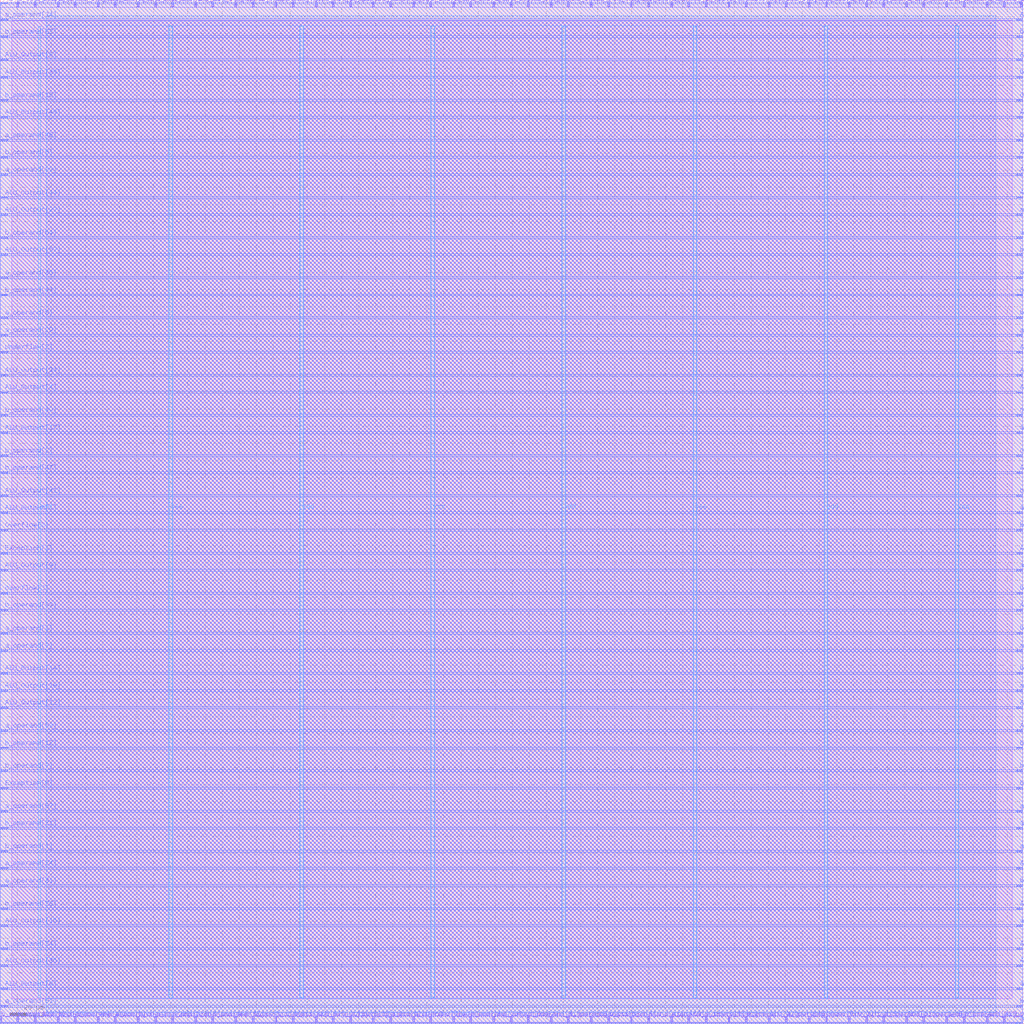
<source format=lef>
VERSION 5.7 ;
  NOWIREEXTENSIONATPIN ON ;
  DIVIDERCHAR "/" ;
  BUSBITCHARS "[]" ;
MACRO Top_Module_4_ALU
  CLASS BLOCK ;
  FOREIGN Top_Module_4_ALU ;
  ORIGIN 0.000 0.000 ;
  SIZE 600.000 BY 600.000 ;
  PIN ALU_Output[0]
    DIRECTION OUTPUT TRISTATE ;
    USE SIGNAL ;
    PORT
      LAYER Metal3 ;
        RECT 1.000 20.160 4.000 20.720 ;
    END
  END ALU_Output[0]
  PIN ALU_Output[10]
    DIRECTION OUTPUT TRISTATE ;
    USE SIGNAL ;
    PORT
      LAYER Metal3 ;
        RECT 596.000 184.800 599.000 185.360 ;
    END
  END ALU_Output[10]
  PIN ALU_Output[11]
    DIRECTION OUTPUT TRISTATE ;
    USE SIGNAL ;
    PORT
      LAYER Metal3 ;
        RECT 596.000 393.120 599.000 393.680 ;
    END
  END ALU_Output[11]
  PIN ALU_Output[12]
    DIRECTION OUTPUT TRISTATE ;
    USE SIGNAL ;
    PORT
      LAYER Metal3 ;
        RECT 1.000 184.800 4.000 185.360 ;
    END
  END ALU_Output[12]
  PIN ALU_Output[13]
    DIRECTION OUTPUT TRISTATE ;
    USE SIGNAL ;
    PORT
      LAYER Metal3 ;
        RECT 596.000 322.560 599.000 323.120 ;
    END
  END ALU_Output[13]
  PIN ALU_Output[14]
    DIRECTION OUTPUT TRISTATE ;
    USE SIGNAL ;
    PORT
      LAYER Metal3 ;
        RECT 1.000 204.960 4.000 205.520 ;
    END
  END ALU_Output[14]
  PIN ALU_Output[15]
    DIRECTION OUTPUT TRISTATE ;
    USE SIGNAL ;
    PORT
      LAYER Metal3 ;
        RECT 1.000 57.120 4.000 57.680 ;
    END
  END ALU_Output[15]
  PIN ALU_Output[16]
    DIRECTION OUTPUT TRISTATE ;
    USE SIGNAL ;
    PORT
      LAYER Metal3 ;
        RECT 596.000 507.360 599.000 507.920 ;
    END
  END ALU_Output[16]
  PIN ALU_Output[17]
    DIRECTION OUTPUT TRISTATE ;
    USE SIGNAL ;
    PORT
      LAYER Metal3 ;
        RECT 1.000 346.080 4.000 346.640 ;
    END
  END ALU_Output[17]
  PIN ALU_Output[18]
    DIRECTION OUTPUT TRISTATE ;
    USE SIGNAL ;
    PORT
      LAYER Metal3 ;
        RECT 1.000 194.880 4.000 195.440 ;
    END
  END ALU_Output[18]
  PIN ALU_Output[19]
    DIRECTION OUTPUT TRISTATE ;
    USE SIGNAL ;
    PORT
      LAYER Metal3 ;
        RECT 596.000 379.680 599.000 380.240 ;
    END
  END ALU_Output[19]
  PIN ALU_Output[1]
    DIRECTION OUTPUT TRISTATE ;
    USE SIGNAL ;
    PORT
      LAYER Metal3 ;
        RECT 1.000 299.040 4.000 299.600 ;
    END
  END ALU_Output[1]
  PIN ALU_Output[20]
    DIRECTION OUTPUT TRISTATE ;
    USE SIGNAL ;
    PORT
      LAYER Metal2 ;
        RECT 43.680 596.000 44.240 599.000 ;
    END
  END ALU_Output[20]
  PIN ALU_Output[21]
    DIRECTION OUTPUT TRISTATE ;
    USE SIGNAL ;
    PORT
      LAYER Metal3 ;
        RECT 596.000 171.360 599.000 171.920 ;
    END
  END ALU_Output[21]
  PIN ALU_Output[22]
    DIRECTION OUTPUT TRISTATE ;
    USE SIGNAL ;
    PORT
      LAYER Metal2 ;
        RECT 460.320 596.000 460.880 599.000 ;
    END
  END ALU_Output[22]
  PIN ALU_Output[23]
    DIRECTION OUTPUT TRISTATE ;
    USE SIGNAL ;
    PORT
      LAYER Metal2 ;
        RECT 184.800 596.000 185.360 599.000 ;
    END
  END ALU_Output[23]
  PIN ALU_Output[24]
    DIRECTION OUTPUT TRISTATE ;
    USE SIGNAL ;
    PORT
      LAYER Metal2 ;
        RECT 356.160 596.000 356.720 599.000 ;
    END
  END ALU_Output[24]
  PIN ALU_Output[25]
    DIRECTION OUTPUT TRISTATE ;
    USE SIGNAL ;
    PORT
      LAYER Metal3 ;
        RECT 596.000 497.280 599.000 497.840 ;
    END
  END ALU_Output[25]
  PIN ALU_Output[26]
    DIRECTION OUTPUT TRISTATE ;
    USE SIGNAL ;
    PORT
      LAYER Metal3 ;
        RECT 596.000 588.000 599.000 588.560 ;
    END
  END ALU_Output[26]
  PIN ALU_Output[27]
    DIRECTION OUTPUT TRISTATE ;
    USE SIGNAL ;
    PORT
      LAYER Metal3 ;
        RECT 1.000 473.760 4.000 474.320 ;
    END
  END ALU_Output[27]
  PIN ALU_Output[28]
    DIRECTION OUTPUT TRISTATE ;
    USE SIGNAL ;
    PORT
      LAYER Metal2 ;
        RECT 309.120 596.000 309.680 599.000 ;
    END
  END ALU_Output[28]
  PIN ALU_Output[29]
    DIRECTION OUTPUT TRISTATE ;
    USE SIGNAL ;
    PORT
      LAYER Metal3 ;
        RECT 1.000 554.400 4.000 554.960 ;
    END
  END ALU_Output[29]
  PIN ALU_Output[2]
    DIRECTION OUTPUT TRISTATE ;
    USE SIGNAL ;
    PORT
      LAYER Metal2 ;
        RECT 184.800 1.000 185.360 4.000 ;
    END
  END ALU_Output[2]
  PIN ALU_Output[30]
    DIRECTION OUTPUT TRISTATE ;
    USE SIGNAL ;
    PORT
      LAYER Metal2 ;
        RECT 288.960 1.000 289.520 4.000 ;
    END
  END ALU_Output[30]
  PIN ALU_Output[31]
    DIRECTION OUTPUT TRISTATE ;
    USE SIGNAL ;
    PORT
      LAYER Metal2 ;
        RECT 218.400 596.000 218.960 599.000 ;
    END
  END ALU_Output[31]
  PIN ALU_Output[32]
    DIRECTION OUTPUT TRISTATE ;
    USE SIGNAL ;
    PORT
      LAYER Metal2 ;
        RECT 588.000 1.000 588.560 4.000 ;
    END
  END ALU_Output[32]
  PIN ALU_Output[33]
    DIRECTION OUTPUT TRISTATE ;
    USE SIGNAL ;
    PORT
      LAYER Metal2 ;
        RECT 403.200 1.000 403.760 4.000 ;
    END
  END ALU_Output[33]
  PIN ALU_Output[34]
    DIRECTION OUTPUT TRISTATE ;
    USE SIGNAL ;
    PORT
      LAYER Metal3 ;
        RECT 1.000 379.680 4.000 380.240 ;
    END
  END ALU_Output[34]
  PIN ALU_Output[35]
    DIRECTION OUTPUT TRISTATE ;
    USE SIGNAL ;
    PORT
      LAYER Metal3 ;
        RECT 1.000 33.600 4.000 34.160 ;
    END
  END ALU_Output[35]
  PIN ALU_Output[36]
    DIRECTION OUTPUT TRISTATE ;
    USE SIGNAL ;
    PORT
      LAYER Metal3 ;
        RECT 596.000 33.600 599.000 34.160 ;
    END
  END ALU_Output[36]
  PIN ALU_Output[37]
    DIRECTION OUTPUT TRISTATE ;
    USE SIGNAL ;
    PORT
      LAYER Metal2 ;
        RECT 194.880 1.000 195.440 4.000 ;
    END
  END ALU_Output[37]
  PIN ALU_Output[38]
    DIRECTION OUTPUT TRISTATE ;
    USE SIGNAL ;
    PORT
      LAYER Metal3 ;
        RECT 596.000 43.680 599.000 44.240 ;
    END
  END ALU_Output[38]
  PIN ALU_Output[39]
    DIRECTION OUTPUT TRISTATE ;
    USE SIGNAL ;
    PORT
      LAYER Metal2 ;
        RECT 147.840 596.000 148.400 599.000 ;
    END
  END ALU_Output[39]
  PIN ALU_Output[3]
    DIRECTION OUTPUT TRISTATE ;
    USE SIGNAL ;
    PORT
      LAYER Metal3 ;
        RECT 596.000 275.520 599.000 276.080 ;
    END
  END ALU_Output[3]
  PIN ALU_Output[40]
    DIRECTION OUTPUT TRISTATE ;
    USE SIGNAL ;
    PORT
      LAYER Metal2 ;
        RECT 588.000 596.000 588.560 599.000 ;
    END
  END ALU_Output[40]
  PIN ALU_Output[41]
    DIRECTION OUTPUT TRISTATE ;
    USE SIGNAL ;
    PORT
      LAYER Metal3 ;
        RECT 1.000 309.120 4.000 309.680 ;
    END
  END ALU_Output[41]
  PIN ALU_Output[42]
    DIRECTION OUTPUT TRISTATE ;
    USE SIGNAL ;
    PORT
      LAYER Metal2 ;
        RECT 124.320 596.000 124.880 599.000 ;
    END
  END ALU_Output[42]
  PIN ALU_Output[43]
    DIRECTION OUTPUT TRISTATE ;
    USE SIGNAL ;
    PORT
      LAYER Metal2 ;
        RECT 530.880 1.000 531.440 4.000 ;
    END
  END ALU_Output[43]
  PIN ALU_Output[44]
    DIRECTION OUTPUT TRISTATE ;
    USE SIGNAL ;
    PORT
      LAYER Metal3 ;
        RECT 1.000 483.840 4.000 484.400 ;
    END
  END ALU_Output[44]
  PIN ALU_Output[45]
    DIRECTION OUTPUT TRISTATE ;
    USE SIGNAL ;
    PORT
      LAYER Metal3 ;
        RECT 596.000 90.720 599.000 91.280 ;
    END
  END ALU_Output[45]
  PIN ALU_Output[46]
    DIRECTION OUTPUT TRISTATE ;
    USE SIGNAL ;
    PORT
      LAYER Metal2 ;
        RECT 332.640 596.000 333.200 599.000 ;
    END
  END ALU_Output[46]
  PIN ALU_Output[47]
    DIRECTION OUTPUT TRISTATE ;
    USE SIGNAL ;
    PORT
      LAYER Metal2 ;
        RECT 171.360 596.000 171.920 599.000 ;
    END
  END ALU_Output[47]
  PIN ALU_Output[48]
    DIRECTION OUTPUT TRISTATE ;
    USE SIGNAL ;
    PORT
      LAYER Metal3 ;
        RECT 596.000 564.480 599.000 565.040 ;
    END
  END ALU_Output[48]
  PIN ALU_Output[49]
    DIRECTION OUTPUT TRISTATE ;
    USE SIGNAL ;
    PORT
      LAYER Metal3 ;
        RECT 1.000 530.880 4.000 531.440 ;
    END
  END ALU_Output[49]
  PIN ALU_Output[4]
    DIRECTION OUTPUT TRISTATE ;
    USE SIGNAL ;
    PORT
      LAYER Metal3 ;
        RECT 1.000 369.600 4.000 370.160 ;
    END
  END ALU_Output[4]
  PIN ALU_Output[50]
    DIRECTION OUTPUT TRISTATE ;
    USE SIGNAL ;
    PORT
      LAYER Metal2 ;
        RECT 322.560 1.000 323.120 4.000 ;
    END
  END ALU_Output[50]
  PIN ALU_Output[51]
    DIRECTION OUTPUT TRISTATE ;
    USE SIGNAL ;
    PORT
      LAYER Metal2 ;
        RECT 450.240 1.000 450.800 4.000 ;
    END
  END ALU_Output[51]
  PIN ALU_Output[52]
    DIRECTION OUTPUT TRISTATE ;
    USE SIGNAL ;
    PORT
      LAYER Metal3 ;
        RECT 596.000 67.200 599.000 67.760 ;
    END
  END ALU_Output[52]
  PIN ALU_Output[53]
    DIRECTION OUTPUT TRISTATE ;
    USE SIGNAL ;
    PORT
      LAYER Metal2 ;
        RECT 507.360 1.000 507.920 4.000 ;
    END
  END ALU_Output[53]
  PIN ALU_Output[54]
    DIRECTION OUTPUT TRISTATE ;
    USE SIGNAL ;
    PORT
      LAYER Metal3 ;
        RECT 596.000 530.880 599.000 531.440 ;
    END
  END ALU_Output[54]
  PIN ALU_Output[55]
    DIRECTION OUTPUT TRISTATE ;
    USE SIGNAL ;
    PORT
      LAYER Metal3 ;
        RECT 596.000 483.840 599.000 484.400 ;
    END
  END ALU_Output[55]
  PIN ALU_Output[56]
    DIRECTION OUTPUT TRISTATE ;
    USE SIGNAL ;
    PORT
      LAYER Metal2 ;
        RECT 114.240 596.000 114.800 599.000 ;
    END
  END ALU_Output[56]
  PIN ALU_Output[57]
    DIRECTION OUTPUT TRISTATE ;
    USE SIGNAL ;
    PORT
      LAYER Metal3 ;
        RECT 1.000 450.240 4.000 450.800 ;
    END
  END ALU_Output[57]
  PIN ALU_Output[58]
    DIRECTION OUTPUT TRISTATE ;
    USE SIGNAL ;
    PORT
      LAYER Metal2 ;
        RECT 554.400 596.000 554.960 599.000 ;
    END
  END ALU_Output[58]
  PIN ALU_Output[59]
    DIRECTION OUTPUT TRISTATE ;
    USE SIGNAL ;
    PORT
      LAYER Metal2 ;
        RECT 379.680 1.000 380.240 4.000 ;
    END
  END ALU_Output[59]
  PIN ALU_Output[5]
    DIRECTION OUTPUT TRISTATE ;
    USE SIGNAL ;
    PORT
      LAYER Metal2 ;
        RECT 497.280 1.000 497.840 4.000 ;
    END
  END ALU_Output[5]
  PIN ALU_Output[60]
    DIRECTION OUTPUT TRISTATE ;
    USE SIGNAL ;
    PORT
      LAYER Metal3 ;
        RECT 596.000 369.600 599.000 370.160 ;
    END
  END ALU_Output[60]
  PIN ALU_Output[61]
    DIRECTION OUTPUT TRISTATE ;
    USE SIGNAL ;
    PORT
      LAYER Metal3 ;
        RECT 596.000 241.920 599.000 242.480 ;
    END
  END ALU_Output[61]
  PIN ALU_Output[62]
    DIRECTION OUTPUT TRISTATE ;
    USE SIGNAL ;
    PORT
      LAYER Metal2 ;
        RECT 194.880 596.000 195.440 599.000 ;
    END
  END ALU_Output[62]
  PIN ALU_Output[63]
    DIRECTION OUTPUT TRISTATE ;
    USE SIGNAL ;
    PORT
      LAYER Metal2 ;
        RECT 346.080 596.000 346.640 599.000 ;
    END
  END ALU_Output[63]
  PIN ALU_Output[6]
    DIRECTION OUTPUT TRISTATE ;
    USE SIGNAL ;
    PORT
      LAYER Metal3 ;
        RECT 1.000 564.480 4.000 565.040 ;
    END
  END ALU_Output[6]
  PIN ALU_Output[7]
    DIRECTION OUTPUT TRISTATE ;
    USE SIGNAL ;
    PORT
      LAYER Metal2 ;
        RECT 577.920 1.000 578.480 4.000 ;
    END
  END ALU_Output[7]
  PIN ALU_Output[8]
    DIRECTION OUTPUT TRISTATE ;
    USE SIGNAL ;
    PORT
      LAYER Metal2 ;
        RECT 403.200 596.000 403.760 599.000 ;
    END
  END ALU_Output[8]
  PIN ALU_Output[9]
    DIRECTION OUTPUT TRISTATE ;
    USE SIGNAL ;
    PORT
      LAYER Metal3 ;
        RECT 1.000 265.440 4.000 266.000 ;
    END
  END ALU_Output[9]
  PIN Exception[0]
    DIRECTION OUTPUT TRISTATE ;
    USE SIGNAL ;
    PORT
      LAYER Metal3 ;
        RECT 1.000 137.760 4.000 138.320 ;
    END
  END Exception[0]
  PIN Exception[1]
    DIRECTION OUTPUT TRISTATE ;
    USE SIGNAL ;
    PORT
      LAYER Metal3 ;
        RECT 1.000 275.520 4.000 276.080 ;
    END
  END Exception[1]
  PIN Exception[2]
    DIRECTION OUTPUT TRISTATE ;
    USE SIGNAL ;
    PORT
      LAYER Metal2 ;
        RECT 299.040 1.000 299.600 4.000 ;
    END
  END Exception[2]
  PIN Exception[3]
    DIRECTION OUTPUT TRISTATE ;
    USE SIGNAL ;
    PORT
      LAYER Metal2 ;
        RECT 228.480 596.000 229.040 599.000 ;
    END
  END Exception[3]
  PIN Operation[0]
    DIRECTION INPUT ;
    USE SIGNAL ;
    PORT
      LAYER Metal3 ;
        RECT 596.000 332.640 599.000 333.200 ;
    END
  END Operation[0]
  PIN Operation[1]
    DIRECTION INPUT ;
    USE SIGNAL ;
    PORT
      LAYER Metal3 ;
        RECT 596.000 356.160 599.000 356.720 ;
    END
  END Operation[1]
  PIN Operation[2]
    DIRECTION INPUT ;
    USE SIGNAL ;
    PORT
      LAYER Metal2 ;
        RECT 161.280 596.000 161.840 599.000 ;
    END
  END Operation[2]
  PIN Operation[3]
    DIRECTION INPUT ;
    USE SIGNAL ;
    PORT
      LAYER Metal2 ;
        RECT 57.120 1.000 57.680 4.000 ;
    END
  END Operation[3]
  PIN Overflow[0]
    DIRECTION OUTPUT TRISTATE ;
    USE SIGNAL ;
    PORT
      LAYER Metal2 ;
        RECT 137.760 1.000 138.320 4.000 ;
    END
  END Overflow[0]
  PIN Overflow[1]
    DIRECTION OUTPUT TRISTATE ;
    USE SIGNAL ;
    PORT
      LAYER Metal3 ;
        RECT 596.000 540.960 599.000 541.520 ;
    END
  END Overflow[1]
  PIN Overflow[2]
    DIRECTION OUTPUT TRISTATE ;
    USE SIGNAL ;
    PORT
      LAYER Metal3 ;
        RECT 1.000 288.960 4.000 289.520 ;
    END
  END Overflow[2]
  PIN Overflow[3]
    DIRECTION OUTPUT TRISTATE ;
    USE SIGNAL ;
    PORT
      LAYER Metal3 ;
        RECT 1.000 252.000 4.000 252.560 ;
    END
  END Overflow[3]
  PIN Underflow[0]
    DIRECTION OUTPUT TRISTATE ;
    USE SIGNAL ;
    PORT
      LAYER Metal2 ;
        RECT 436.800 596.000 437.360 599.000 ;
    END
  END Underflow[0]
  PIN Underflow[1]
    DIRECTION OUTPUT TRISTATE ;
    USE SIGNAL ;
    PORT
      LAYER Metal2 ;
        RECT 483.840 1.000 484.400 4.000 ;
    END
  END Underflow[1]
  PIN Underflow[2]
    DIRECTION OUTPUT TRISTATE ;
    USE SIGNAL ;
    PORT
      LAYER Metal3 ;
        RECT 1.000 393.120 4.000 393.680 ;
    END
  END Underflow[2]
  PIN Underflow[3]
    DIRECTION OUTPUT TRISTATE ;
    USE SIGNAL ;
    PORT
      LAYER Metal2 ;
        RECT 252.000 1.000 252.560 4.000 ;
    END
  END Underflow[3]
  PIN a_operand[0]
    DIRECTION INPUT ;
    USE SIGNAL ;
    PORT
      LAYER Metal2 ;
        RECT 450.240 596.000 450.800 599.000 ;
    END
  END a_operand[0]
  PIN a_operand[10]
    DIRECTION INPUT ;
    USE SIGNAL ;
    PORT
      LAYER Metal2 ;
        RECT 100.800 596.000 101.360 599.000 ;
    END
  END a_operand[10]
  PIN a_operand[11]
    DIRECTION INPUT ;
    USE SIGNAL ;
    PORT
      LAYER Metal3 ;
        RECT 596.000 460.320 599.000 460.880 ;
    END
  END a_operand[11]
  PIN a_operand[12]
    DIRECTION INPUT ;
    USE SIGNAL ;
    PORT
      LAYER Metal3 ;
        RECT 596.000 194.880 599.000 195.440 ;
    END
  END a_operand[12]
  PIN a_operand[13]
    DIRECTION INPUT ;
    USE SIGNAL ;
    PORT
      LAYER Metal2 ;
        RECT 517.440 1.000 518.000 4.000 ;
    END
  END a_operand[13]
  PIN a_operand[14]
    DIRECTION INPUT ;
    USE SIGNAL ;
    PORT
      LAYER Metal2 ;
        RECT 507.360 596.000 507.920 599.000 ;
    END
  END a_operand[14]
  PIN a_operand[15]
    DIRECTION INPUT ;
    USE SIGNAL ;
    PORT
      LAYER Metal2 ;
        RECT 137.760 596.000 138.320 599.000 ;
    END
  END a_operand[15]
  PIN a_operand[16]
    DIRECTION INPUT ;
    USE SIGNAL ;
    PORT
      LAYER Metal2 ;
        RECT 393.120 1.000 393.680 4.000 ;
    END
  END a_operand[16]
  PIN a_operand[17]
    DIRECTION INPUT ;
    USE SIGNAL ;
    PORT
      LAYER Metal3 ;
        RECT 596.000 265.440 599.000 266.000 ;
    END
  END a_operand[17]
  PIN a_operand[18]
    DIRECTION INPUT ;
    USE SIGNAL ;
    PORT
      LAYER Metal2 ;
        RECT 332.640 1.000 333.200 4.000 ;
    END
  END a_operand[18]
  PIN a_operand[19]
    DIRECTION INPUT ;
    USE SIGNAL ;
    PORT
      LAYER Metal3 ;
        RECT 596.000 403.200 599.000 403.760 ;
    END
  END a_operand[19]
  PIN a_operand[1]
    DIRECTION INPUT ;
    USE SIGNAL ;
    PORT
      LAYER Metal3 ;
        RECT 1.000 228.480 4.000 229.040 ;
    END
  END a_operand[1]
  PIN a_operand[20]
    DIRECTION INPUT ;
    USE SIGNAL ;
    PORT
      LAYER Metal2 ;
        RECT 483.840 596.000 484.400 599.000 ;
    END
  END a_operand[20]
  PIN a_operand[21]
    DIRECTION INPUT ;
    USE SIGNAL ;
    PORT
      LAYER Metal2 ;
        RECT 204.960 1.000 205.520 4.000 ;
    END
  END a_operand[21]
  PIN a_operand[22]
    DIRECTION INPUT ;
    USE SIGNAL ;
    PORT
      LAYER Metal3 ;
        RECT 596.000 20.160 599.000 20.720 ;
    END
  END a_operand[22]
  PIN a_operand[23]
    DIRECTION INPUT ;
    USE SIGNAL ;
    PORT
      LAYER Metal2 ;
        RECT 90.720 1.000 91.280 4.000 ;
    END
  END a_operand[23]
  PIN a_operand[24]
    DIRECTION INPUT ;
    USE SIGNAL ;
    PORT
      LAYER Metal3 ;
        RECT 1.000 90.720 4.000 91.280 ;
    END
  END a_operand[24]
  PIN a_operand[25]
    DIRECTION INPUT ;
    USE SIGNAL ;
    PORT
      LAYER Metal2 ;
        RECT 577.920 596.000 578.480 599.000 ;
    END
  END a_operand[25]
  PIN a_operand[26]
    DIRECTION INPUT ;
    USE SIGNAL ;
    PORT
      LAYER Metal3 ;
        RECT 596.000 218.400 599.000 218.960 ;
    END
  END a_operand[26]
  PIN a_operand[27]
    DIRECTION INPUT ;
    USE SIGNAL ;
    PORT
      LAYER Metal2 ;
        RECT 497.280 596.000 497.840 599.000 ;
    END
  END a_operand[27]
  PIN a_operand[28]
    DIRECTION INPUT ;
    USE SIGNAL ;
    PORT
      LAYER Metal3 ;
        RECT 596.000 473.760 599.000 474.320 ;
    END
  END a_operand[28]
  PIN a_operand[29]
    DIRECTION INPUT ;
    USE SIGNAL ;
    PORT
      LAYER Metal3 ;
        RECT 1.000 403.200 4.000 403.760 ;
    END
  END a_operand[29]
  PIN a_operand[2]
    DIRECTION INPUT ;
    USE SIGNAL ;
    PORT
      LAYER Metal2 ;
        RECT 460.320 1.000 460.880 4.000 ;
    END
  END a_operand[2]
  PIN a_operand[30]
    DIRECTION INPUT ;
    USE SIGNAL ;
    PORT
      LAYER Metal3 ;
        RECT 1.000 598.080 4.000 598.640 ;
    END
  END a_operand[30]
  PIN a_operand[31]
    DIRECTION INPUT ;
    USE SIGNAL ;
    PORT
      LAYER Metal3 ;
        RECT 1.000 80.640 4.000 81.200 ;
    END
  END a_operand[31]
  PIN a_operand[32]
    DIRECTION INPUT ;
    USE SIGNAL ;
    PORT
      LAYER Metal3 ;
        RECT 596.000 346.080 599.000 346.640 ;
    END
  END a_operand[32]
  PIN a_operand[33]
    DIRECTION INPUT ;
    USE SIGNAL ;
    PORT
      LAYER Metal2 ;
        RECT 288.960 596.000 289.520 599.000 ;
    END
  END a_operand[33]
  PIN a_operand[34]
    DIRECTION INPUT ;
    USE SIGNAL ;
    PORT
      LAYER Metal3 ;
        RECT 1.000 588.000 4.000 588.560 ;
    END
  END a_operand[34]
  PIN a_operand[35]
    DIRECTION INPUT ;
    USE SIGNAL ;
    PORT
      LAYER Metal3 ;
        RECT 1.000 436.800 4.000 437.360 ;
    END
  END a_operand[35]
  PIN a_operand[36]
    DIRECTION INPUT ;
    USE SIGNAL ;
    PORT
      LAYER Metal2 ;
        RECT 228.480 1.000 229.040 4.000 ;
    END
  END a_operand[36]
  PIN a_operand[37]
    DIRECTION INPUT ;
    USE SIGNAL ;
    PORT
      LAYER Metal3 ;
        RECT 596.000 124.320 599.000 124.880 ;
    END
  END a_operand[37]
  PIN a_operand[38]
    DIRECTION INPUT ;
    USE SIGNAL ;
    PORT
      LAYER Metal3 ;
        RECT 596.000 100.800 599.000 101.360 ;
    END
  END a_operand[38]
  PIN a_operand[39]
    DIRECTION INPUT ;
    USE SIGNAL ;
    PORT
      LAYER Metal3 ;
        RECT 1.000 497.280 4.000 497.840 ;
    END
  END a_operand[39]
  PIN a_operand[3]
    DIRECTION INPUT ;
    USE SIGNAL ;
    PORT
      LAYER Metal2 ;
        RECT 20.160 596.000 20.720 599.000 ;
    END
  END a_operand[3]
  PIN a_operand[40]
    DIRECTION INPUT ;
    USE SIGNAL ;
    PORT
      LAYER Metal2 ;
        RECT 554.400 1.000 554.960 4.000 ;
    END
  END a_operand[40]
  PIN a_operand[41]
    DIRECTION INPUT ;
    USE SIGNAL ;
    PORT
      LAYER Metal2 ;
        RECT 413.280 1.000 413.840 4.000 ;
    END
  END a_operand[41]
  PIN a_operand[42]
    DIRECTION INPUT ;
    USE SIGNAL ;
    PORT
      LAYER Metal2 ;
        RECT 90.720 596.000 91.280 599.000 ;
    END
  END a_operand[42]
  PIN a_operand[43]
    DIRECTION INPUT ;
    USE SIGNAL ;
    PORT
      LAYER Metal2 ;
        RECT 204.960 596.000 205.520 599.000 ;
    END
  END a_operand[43]
  PIN a_operand[44]
    DIRECTION INPUT ;
    USE SIGNAL ;
    PORT
      LAYER Metal2 ;
        RECT 393.120 596.000 393.680 599.000 ;
    END
  END a_operand[44]
  PIN a_operand[45]
    DIRECTION INPUT ;
    USE SIGNAL ;
    PORT
      LAYER Metal2 ;
        RECT 299.040 596.000 299.600 599.000 ;
    END
  END a_operand[45]
  PIN a_operand[46]
    DIRECTION INPUT ;
    USE SIGNAL ;
    PORT
      LAYER Metal3 ;
        RECT 1.000 517.440 4.000 518.000 ;
    END
  END a_operand[46]
  PIN a_operand[47]
    DIRECTION INPUT ;
    USE SIGNAL ;
    PORT
      LAYER Metal2 ;
        RECT 530.880 596.000 531.440 599.000 ;
    END
  END a_operand[47]
  PIN a_operand[48]
    DIRECTION INPUT ;
    USE SIGNAL ;
    PORT
      LAYER Metal2 ;
        RECT 241.920 1.000 242.480 4.000 ;
    END
  END a_operand[48]
  PIN a_operand[49]
    DIRECTION INPUT ;
    USE SIGNAL ;
    PORT
      LAYER Metal2 ;
        RECT 43.680 1.000 44.240 4.000 ;
    END
  END a_operand[49]
  PIN a_operand[4]
    DIRECTION INPUT ;
    USE SIGNAL ;
    PORT
      LAYER Metal2 ;
        RECT 598.080 596.000 598.640 599.000 ;
    END
  END a_operand[4]
  PIN a_operand[50]
    DIRECTION INPUT ;
    USE SIGNAL ;
    PORT
      LAYER Metal3 ;
        RECT 596.000 114.240 599.000 114.800 ;
    END
  END a_operand[50]
  PIN a_operand[51]
    DIRECTION INPUT ;
    USE SIGNAL ;
    PORT
      LAYER Metal3 ;
        RECT 1.000 10.080 4.000 10.640 ;
    END
  END a_operand[51]
  PIN a_operand[52]
    DIRECTION INPUT ;
    USE SIGNAL ;
    PORT
      LAYER Metal2 ;
        RECT 171.360 1.000 171.920 4.000 ;
    END
  END a_operand[52]
  PIN a_operand[53]
    DIRECTION INPUT ;
    USE SIGNAL ;
    PORT
      LAYER Metal3 ;
        RECT 1.000 171.360 4.000 171.920 ;
    END
  END a_operand[53]
  PIN a_operand[54]
    DIRECTION INPUT ;
    USE SIGNAL ;
    PORT
      LAYER Metal3 ;
        RECT 596.000 57.120 599.000 57.680 ;
    END
  END a_operand[54]
  PIN a_operand[55]
    DIRECTION INPUT ;
    USE SIGNAL ;
    PORT
      LAYER Metal2 ;
        RECT 10.080 596.000 10.640 599.000 ;
    END
  END a_operand[55]
  PIN a_operand[56]
    DIRECTION INPUT ;
    USE SIGNAL ;
    PORT
      LAYER Metal2 ;
        RECT 57.120 596.000 57.680 599.000 ;
    END
  END a_operand[56]
  PIN a_operand[57]
    DIRECTION INPUT ;
    USE SIGNAL ;
    PORT
      LAYER Metal3 ;
        RECT 1.000 124.320 4.000 124.880 ;
    END
  END a_operand[57]
  PIN a_operand[58]
    DIRECTION INPUT ;
    USE SIGNAL ;
    PORT
      LAYER Metal2 ;
        RECT 147.840 1.000 148.400 4.000 ;
    END
  END a_operand[58]
  PIN a_operand[59]
    DIRECTION INPUT ;
    USE SIGNAL ;
    PORT
      LAYER Metal2 ;
        RECT 20.160 1.000 20.720 4.000 ;
    END
  END a_operand[59]
  PIN a_operand[5]
    DIRECTION INPUT ;
    USE SIGNAL ;
    PORT
      LAYER Metal2 ;
        RECT 473.760 1.000 474.320 4.000 ;
    END
  END a_operand[5]
  PIN a_operand[60]
    DIRECTION INPUT ;
    USE SIGNAL ;
    PORT
      LAYER Metal3 ;
        RECT 596.000 0.000 599.000 0.560 ;
    END
  END a_operand[60]
  PIN a_operand[61]
    DIRECTION INPUT ;
    USE SIGNAL ;
    PORT
      LAYER Metal2 ;
        RECT 517.440 596.000 518.000 599.000 ;
    END
  END a_operand[61]
  PIN a_operand[62]
    DIRECTION INPUT ;
    USE SIGNAL ;
    PORT
      LAYER Metal3 ;
        RECT 596.000 299.040 599.000 299.600 ;
    END
  END a_operand[62]
  PIN a_operand[63]
    DIRECTION INPUT ;
    USE SIGNAL ;
    PORT
      LAYER Metal2 ;
        RECT 241.920 596.000 242.480 599.000 ;
    END
  END a_operand[63]
  PIN a_operand[6]
    DIRECTION INPUT ;
    USE SIGNAL ;
    PORT
      LAYER Metal2 ;
        RECT 275.520 596.000 276.080 599.000 ;
    END
  END a_operand[6]
  PIN a_operand[7]
    DIRECTION INPUT ;
    USE SIGNAL ;
    PORT
      LAYER Metal3 ;
        RECT 1.000 218.400 4.000 218.960 ;
    END
  END a_operand[7]
  PIN a_operand[8]
    DIRECTION INPUT ;
    USE SIGNAL ;
    PORT
      LAYER Metal3 ;
        RECT 1.000 413.280 4.000 413.840 ;
    END
  END a_operand[8]
  PIN a_operand[9]
    DIRECTION INPUT ;
    USE SIGNAL ;
    PORT
      LAYER Metal2 ;
        RECT 100.800 1.000 101.360 4.000 ;
    END
  END a_operand[9]
  PIN b_operand[0]
    DIRECTION INPUT ;
    USE SIGNAL ;
    PORT
      LAYER Metal3 ;
        RECT 596.000 147.840 599.000 148.400 ;
    END
  END b_operand[0]
  PIN b_operand[10]
    DIRECTION INPUT ;
    USE SIGNAL ;
    PORT
      LAYER Metal2 ;
        RECT 275.520 1.000 276.080 4.000 ;
    END
  END b_operand[10]
  PIN b_operand[11]
    DIRECTION INPUT ;
    USE SIGNAL ;
    PORT
      LAYER Metal3 ;
        RECT 596.000 554.400 599.000 554.960 ;
    END
  END b_operand[11]
  PIN b_operand[12]
    DIRECTION INPUT ;
    USE SIGNAL ;
    PORT
      LAYER Metal3 ;
        RECT 1.000 161.280 4.000 161.840 ;
    END
  END b_operand[12]
  PIN b_operand[13]
    DIRECTION INPUT ;
    USE SIGNAL ;
    PORT
      LAYER Metal2 ;
        RECT 322.560 596.000 323.120 599.000 ;
    END
  END b_operand[13]
  PIN b_operand[14]
    DIRECTION INPUT ;
    USE SIGNAL ;
    PORT
      LAYER Metal2 ;
        RECT 67.200 1.000 67.760 4.000 ;
    END
  END b_operand[14]
  PIN b_operand[15]
    DIRECTION INPUT ;
    USE SIGNAL ;
    PORT
      LAYER Metal3 ;
        RECT 596.000 204.960 599.000 205.520 ;
    END
  END b_operand[15]
  PIN b_operand[16]
    DIRECTION INPUT ;
    USE SIGNAL ;
    PORT
      LAYER Metal3 ;
        RECT 596.000 436.800 599.000 437.360 ;
    END
  END b_operand[16]
  PIN b_operand[17]
    DIRECTION INPUT ;
    USE SIGNAL ;
    PORT
      LAYER Metal2 ;
        RECT 67.200 596.000 67.760 599.000 ;
    END
  END b_operand[17]
  PIN b_operand[18]
    DIRECTION INPUT ;
    USE SIGNAL ;
    PORT
      LAYER Metal3 ;
        RECT 596.000 309.120 599.000 309.680 ;
    END
  END b_operand[18]
  PIN b_operand[19]
    DIRECTION INPUT ;
    USE SIGNAL ;
    PORT
      LAYER Metal3 ;
        RECT 1.000 540.960 4.000 541.520 ;
    END
  END b_operand[19]
  PIN b_operand[1]
    DIRECTION INPUT ;
    USE SIGNAL ;
    PORT
      LAYER Metal3 ;
        RECT 1.000 100.800 4.000 101.360 ;
    END
  END b_operand[1]
  PIN b_operand[20]
    DIRECTION INPUT ;
    USE SIGNAL ;
    PORT
      LAYER Metal3 ;
        RECT 596.000 517.440 599.000 518.000 ;
    END
  END b_operand[20]
  PIN b_operand[21]
    DIRECTION INPUT ;
    USE SIGNAL ;
    PORT
      LAYER Metal2 ;
        RECT 369.600 596.000 370.160 599.000 ;
    END
  END b_operand[21]
  PIN b_operand[22]
    DIRECTION INPUT ;
    USE SIGNAL ;
    PORT
      LAYER Metal2 ;
        RECT 161.280 1.000 161.840 4.000 ;
    END
  END b_operand[22]
  PIN b_operand[23]
    DIRECTION INPUT ;
    USE SIGNAL ;
    PORT
      LAYER Metal3 ;
        RECT 596.000 228.480 599.000 229.040 ;
    END
  END b_operand[23]
  PIN b_operand[24]
    DIRECTION INPUT ;
    USE SIGNAL ;
    PORT
      LAYER Metal3 ;
        RECT 1.000 43.680 4.000 44.240 ;
    END
  END b_operand[24]
  PIN b_operand[25]
    DIRECTION INPUT ;
    USE SIGNAL ;
    PORT
      LAYER Metal3 ;
        RECT 596.000 80.640 599.000 81.200 ;
    END
  END b_operand[25]
  PIN b_operand[26]
    DIRECTION INPUT ;
    USE SIGNAL ;
    PORT
      LAYER Metal3 ;
        RECT 1.000 67.200 4.000 67.760 ;
    END
  END b_operand[26]
  PIN b_operand[27]
    DIRECTION INPUT ;
    USE SIGNAL ;
    PORT
      LAYER Metal2 ;
        RECT 540.960 1.000 541.520 4.000 ;
    END
  END b_operand[27]
  PIN b_operand[28]
    DIRECTION INPUT ;
    USE SIGNAL ;
    PORT
      LAYER Metal2 ;
        RECT 80.640 1.000 81.200 4.000 ;
    END
  END b_operand[28]
  PIN b_operand[29]
    DIRECTION INPUT ;
    USE SIGNAL ;
    PORT
      LAYER Metal2 ;
        RECT 265.440 1.000 266.000 4.000 ;
    END
  END b_operand[29]
  PIN b_operand[2]
    DIRECTION INPUT ;
    USE SIGNAL ;
    PORT
      LAYER Metal3 ;
        RECT 596.000 161.280 599.000 161.840 ;
    END
  END b_operand[2]
  PIN b_operand[30]
    DIRECTION INPUT ;
    USE SIGNAL ;
    PORT
      LAYER Metal3 ;
        RECT 596.000 577.920 599.000 578.480 ;
    END
  END b_operand[30]
  PIN b_operand[31]
    DIRECTION INPUT ;
    USE SIGNAL ;
    PORT
      LAYER Metal3 ;
        RECT 1.000 114.240 4.000 114.800 ;
    END
  END b_operand[31]
  PIN b_operand[32]
    DIRECTION INPUT ;
    USE SIGNAL ;
    PORT
      LAYER Metal2 ;
        RECT 564.480 1.000 565.040 4.000 ;
    END
  END b_operand[32]
  PIN b_operand[33]
    DIRECTION INPUT ;
    USE SIGNAL ;
    PORT
      LAYER Metal3 ;
        RECT 1.000 241.920 4.000 242.480 ;
    END
  END b_operand[33]
  PIN b_operand[34]
    DIRECTION INPUT ;
    USE SIGNAL ;
    PORT
      LAYER Metal3 ;
        RECT 596.000 252.000 599.000 252.560 ;
    END
  END b_operand[34]
  PIN b_operand[35]
    DIRECTION INPUT ;
    USE SIGNAL ;
    PORT
      LAYER Metal2 ;
        RECT 10.080 1.000 10.640 4.000 ;
    END
  END b_operand[35]
  PIN b_operand[36]
    DIRECTION INPUT ;
    USE SIGNAL ;
    PORT
      LAYER Metal3 ;
        RECT 596.000 450.240 599.000 450.800 ;
    END
  END b_operand[36]
  PIN b_operand[37]
    DIRECTION INPUT ;
    USE SIGNAL ;
    PORT
      LAYER Metal2 ;
        RECT 564.480 596.000 565.040 599.000 ;
    END
  END b_operand[37]
  PIN b_operand[38]
    DIRECTION INPUT ;
    USE SIGNAL ;
    PORT
      LAYER Metal3 ;
        RECT 596.000 10.080 599.000 10.640 ;
    END
  END b_operand[38]
  PIN b_operand[39]
    DIRECTION INPUT ;
    USE SIGNAL ;
    PORT
      LAYER Metal2 ;
        RECT 540.960 596.000 541.520 599.000 ;
    END
  END b_operand[39]
  PIN b_operand[3]
    DIRECTION INPUT ;
    USE SIGNAL ;
    PORT
      LAYER Metal3 ;
        RECT 1.000 332.640 4.000 333.200 ;
    END
  END b_operand[3]
  PIN b_operand[40]
    DIRECTION INPUT ;
    USE SIGNAL ;
    PORT
      LAYER Metal3 ;
        RECT 1.000 356.160 4.000 356.720 ;
    END
  END b_operand[40]
  PIN b_operand[41]
    DIRECTION INPUT ;
    USE SIGNAL ;
    PORT
      LAYER Metal2 ;
        RECT 369.600 1.000 370.160 4.000 ;
    END
  END b_operand[41]
  PIN b_operand[42]
    DIRECTION INPUT ;
    USE SIGNAL ;
    PORT
      LAYER Metal2 ;
        RECT 0.000 1.000 0.560 4.000 ;
    END
  END b_operand[42]
  PIN b_operand[43]
    DIRECTION INPUT ;
    USE SIGNAL ;
    PORT
      LAYER Metal2 ;
        RECT 436.800 1.000 437.360 4.000 ;
    END
  END b_operand[43]
  PIN b_operand[44]
    DIRECTION INPUT ;
    USE SIGNAL ;
    PORT
      LAYER Metal3 ;
        RECT 1.000 426.720 4.000 427.280 ;
    END
  END b_operand[44]
  PIN b_operand[45]
    DIRECTION INPUT ;
    USE SIGNAL ;
    PORT
      LAYER Metal2 ;
        RECT 33.600 596.000 34.160 599.000 ;
    END
  END b_operand[45]
  PIN b_operand[46]
    DIRECTION INPUT ;
    USE SIGNAL ;
    PORT
      LAYER Metal2 ;
        RECT 265.440 596.000 266.000 599.000 ;
    END
  END b_operand[46]
  PIN b_operand[47]
    DIRECTION INPUT ;
    USE SIGNAL ;
    PORT
      LAYER Metal3 ;
        RECT 1.000 322.560 4.000 323.120 ;
    END
  END b_operand[47]
  PIN b_operand[48]
    DIRECTION INPUT ;
    USE SIGNAL ;
    PORT
      LAYER Metal2 ;
        RECT 114.240 1.000 114.800 4.000 ;
    END
  END b_operand[48]
  PIN b_operand[49]
    DIRECTION INPUT ;
    USE SIGNAL ;
    PORT
      LAYER Metal2 ;
        RECT 33.600 1.000 34.160 4.000 ;
    END
  END b_operand[49]
  PIN b_operand[4]
    DIRECTION INPUT ;
    USE SIGNAL ;
    PORT
      LAYER Metal2 ;
        RECT 379.680 596.000 380.240 599.000 ;
    END
  END b_operand[4]
  PIN b_operand[50]
    DIRECTION INPUT ;
    USE SIGNAL ;
    PORT
      LAYER Metal2 ;
        RECT 252.000 596.000 252.560 599.000 ;
    END
  END b_operand[50]
  PIN b_operand[51]
    DIRECTION INPUT ;
    USE SIGNAL ;
    PORT
      LAYER Metal2 ;
        RECT 309.120 1.000 309.680 4.000 ;
    END
  END b_operand[51]
  PIN b_operand[52]
    DIRECTION INPUT ;
    USE SIGNAL ;
    PORT
      LAYER Metal2 ;
        RECT 473.760 596.000 474.320 599.000 ;
    END
  END b_operand[52]
  PIN b_operand[53]
    DIRECTION INPUT ;
    USE SIGNAL ;
    PORT
      LAYER Metal3 ;
        RECT 596.000 137.760 599.000 138.320 ;
    END
  END b_operand[53]
  PIN b_operand[54]
    DIRECTION INPUT ;
    USE SIGNAL ;
    PORT
      LAYER Metal3 ;
        RECT 1.000 460.320 4.000 460.880 ;
    END
  END b_operand[54]
  PIN b_operand[55]
    DIRECTION INPUT ;
    USE SIGNAL ;
    PORT
      LAYER Metal3 ;
        RECT 596.000 426.720 599.000 427.280 ;
    END
  END b_operand[55]
  PIN b_operand[56]
    DIRECTION INPUT ;
    USE SIGNAL ;
    PORT
      LAYER Metal2 ;
        RECT 124.320 1.000 124.880 4.000 ;
    END
  END b_operand[56]
  PIN b_operand[57]
    DIRECTION INPUT ;
    USE SIGNAL ;
    PORT
      LAYER Metal2 ;
        RECT 218.400 1.000 218.960 4.000 ;
    END
  END b_operand[57]
  PIN b_operand[58]
    DIRECTION INPUT ;
    USE SIGNAL ;
    PORT
      LAYER Metal2 ;
        RECT 346.080 1.000 346.640 4.000 ;
    END
  END b_operand[58]
  PIN b_operand[59]
    DIRECTION INPUT ;
    USE SIGNAL ;
    PORT
      LAYER Metal3 ;
        RECT 596.000 413.280 599.000 413.840 ;
    END
  END b_operand[59]
  PIN b_operand[5]
    DIRECTION INPUT ;
    USE SIGNAL ;
    PORT
      LAYER Metal2 ;
        RECT 356.160 1.000 356.720 4.000 ;
    END
  END b_operand[5]
  PIN b_operand[60]
    DIRECTION INPUT ;
    USE SIGNAL ;
    PORT
      LAYER Metal2 ;
        RECT 426.720 596.000 427.280 599.000 ;
    END
  END b_operand[60]
  PIN b_operand[61]
    DIRECTION INPUT ;
    USE SIGNAL ;
    PORT
      LAYER Metal2 ;
        RECT 413.280 596.000 413.840 599.000 ;
    END
  END b_operand[61]
  PIN b_operand[62]
    DIRECTION INPUT ;
    USE SIGNAL ;
    PORT
      LAYER Metal3 ;
        RECT 1.000 577.920 4.000 578.480 ;
    END
  END b_operand[62]
  PIN b_operand[63]
    DIRECTION INPUT ;
    USE SIGNAL ;
    PORT
      LAYER Metal2 ;
        RECT 80.640 596.000 81.200 599.000 ;
    END
  END b_operand[63]
  PIN b_operand[6]
    DIRECTION INPUT ;
    USE SIGNAL ;
    PORT
      LAYER Metal2 ;
        RECT 426.720 1.000 427.280 4.000 ;
    END
  END b_operand[6]
  PIN b_operand[7]
    DIRECTION INPUT ;
    USE SIGNAL ;
    PORT
      LAYER Metal3 ;
        RECT 1.000 147.840 4.000 148.400 ;
    END
  END b_operand[7]
  PIN b_operand[8]
    DIRECTION INPUT ;
    USE SIGNAL ;
    PORT
      LAYER Metal3 ;
        RECT 1.000 507.360 4.000 507.920 ;
    END
  END b_operand[8]
  PIN b_operand[9]
    DIRECTION INPUT ;
    USE SIGNAL ;
    PORT
      LAYER Metal3 ;
        RECT 596.000 288.960 599.000 289.520 ;
    END
  END b_operand[9]
  PIN vdd
    DIRECTION INOUT ;
    USE POWER ;
    PORT
      LAYER Metal4 ;
        RECT 22.240 15.380 23.840 584.380 ;
    END
    PORT
      LAYER Metal4 ;
        RECT 175.840 15.380 177.440 584.380 ;
    END
    PORT
      LAYER Metal4 ;
        RECT 329.440 15.380 331.040 584.380 ;
    END
    PORT
      LAYER Metal4 ;
        RECT 483.040 15.380 484.640 584.380 ;
    END
  END vdd
  PIN vss
    DIRECTION INOUT ;
    USE GROUND ;
    PORT
      LAYER Metal4 ;
        RECT 99.040 15.380 100.640 584.380 ;
    END
    PORT
      LAYER Metal4 ;
        RECT 252.640 15.380 254.240 584.380 ;
    END
    PORT
      LAYER Metal4 ;
        RECT 406.240 15.380 407.840 584.380 ;
    END
    PORT
      LAYER Metal4 ;
        RECT 559.840 15.380 561.440 584.380 ;
    END
  END vss
  OBS
      LAYER Metal1 ;
        RECT 6.720 14.710 593.040 587.850 ;
      LAYER Metal2 ;
        RECT 0.140 595.700 9.780 598.550 ;
        RECT 10.940 595.700 19.860 598.550 ;
        RECT 21.020 595.700 33.300 598.550 ;
        RECT 34.460 595.700 43.380 598.550 ;
        RECT 44.540 595.700 56.820 598.550 ;
        RECT 57.980 595.700 66.900 598.550 ;
        RECT 68.060 595.700 80.340 598.550 ;
        RECT 81.500 595.700 90.420 598.550 ;
        RECT 91.580 595.700 100.500 598.550 ;
        RECT 101.660 595.700 113.940 598.550 ;
        RECT 115.100 595.700 124.020 598.550 ;
        RECT 125.180 595.700 137.460 598.550 ;
        RECT 138.620 595.700 147.540 598.550 ;
        RECT 148.700 595.700 160.980 598.550 ;
        RECT 162.140 595.700 171.060 598.550 ;
        RECT 172.220 595.700 184.500 598.550 ;
        RECT 185.660 595.700 194.580 598.550 ;
        RECT 195.740 595.700 204.660 598.550 ;
        RECT 205.820 595.700 218.100 598.550 ;
        RECT 219.260 595.700 228.180 598.550 ;
        RECT 229.340 595.700 241.620 598.550 ;
        RECT 242.780 595.700 251.700 598.550 ;
        RECT 252.860 595.700 265.140 598.550 ;
        RECT 266.300 595.700 275.220 598.550 ;
        RECT 276.380 595.700 288.660 598.550 ;
        RECT 289.820 595.700 298.740 598.550 ;
        RECT 299.900 595.700 308.820 598.550 ;
        RECT 309.980 595.700 322.260 598.550 ;
        RECT 323.420 595.700 332.340 598.550 ;
        RECT 333.500 595.700 345.780 598.550 ;
        RECT 346.940 595.700 355.860 598.550 ;
        RECT 357.020 595.700 369.300 598.550 ;
        RECT 370.460 595.700 379.380 598.550 ;
        RECT 380.540 595.700 392.820 598.550 ;
        RECT 393.980 595.700 402.900 598.550 ;
        RECT 404.060 595.700 412.980 598.550 ;
        RECT 414.140 595.700 426.420 598.550 ;
        RECT 427.580 595.700 436.500 598.550 ;
        RECT 437.660 595.700 449.940 598.550 ;
        RECT 451.100 595.700 460.020 598.550 ;
        RECT 461.180 595.700 473.460 598.550 ;
        RECT 474.620 595.700 483.540 598.550 ;
        RECT 484.700 595.700 496.980 598.550 ;
        RECT 498.140 595.700 507.060 598.550 ;
        RECT 508.220 595.700 517.140 598.550 ;
        RECT 518.300 595.700 530.580 598.550 ;
        RECT 531.740 595.700 540.660 598.550 ;
        RECT 541.820 595.700 554.100 598.550 ;
        RECT 555.260 595.700 564.180 598.550 ;
        RECT 565.340 595.700 577.620 598.550 ;
        RECT 578.780 595.700 587.700 598.550 ;
        RECT 588.860 595.700 597.780 598.550 ;
        RECT 598.940 595.700 599.060 598.550 ;
        RECT 0.140 4.300 599.060 595.700 ;
        RECT 0.860 0.700 9.780 4.300 ;
        RECT 10.940 0.700 19.860 4.300 ;
        RECT 21.020 0.700 33.300 4.300 ;
        RECT 34.460 0.700 43.380 4.300 ;
        RECT 44.540 0.700 56.820 4.300 ;
        RECT 57.980 0.700 66.900 4.300 ;
        RECT 68.060 0.700 80.340 4.300 ;
        RECT 81.500 0.700 90.420 4.300 ;
        RECT 91.580 0.700 100.500 4.300 ;
        RECT 101.660 0.700 113.940 4.300 ;
        RECT 115.100 0.700 124.020 4.300 ;
        RECT 125.180 0.700 137.460 4.300 ;
        RECT 138.620 0.700 147.540 4.300 ;
        RECT 148.700 0.700 160.980 4.300 ;
        RECT 162.140 0.700 171.060 4.300 ;
        RECT 172.220 0.700 184.500 4.300 ;
        RECT 185.660 0.700 194.580 4.300 ;
        RECT 195.740 0.700 204.660 4.300 ;
        RECT 205.820 0.700 218.100 4.300 ;
        RECT 219.260 0.700 228.180 4.300 ;
        RECT 229.340 0.700 241.620 4.300 ;
        RECT 242.780 0.700 251.700 4.300 ;
        RECT 252.860 0.700 265.140 4.300 ;
        RECT 266.300 0.700 275.220 4.300 ;
        RECT 276.380 0.700 288.660 4.300 ;
        RECT 289.820 0.700 298.740 4.300 ;
        RECT 299.900 0.700 308.820 4.300 ;
        RECT 309.980 0.700 322.260 4.300 ;
        RECT 323.420 0.700 332.340 4.300 ;
        RECT 333.500 0.700 345.780 4.300 ;
        RECT 346.940 0.700 355.860 4.300 ;
        RECT 357.020 0.700 369.300 4.300 ;
        RECT 370.460 0.700 379.380 4.300 ;
        RECT 380.540 0.700 392.820 4.300 ;
        RECT 393.980 0.700 402.900 4.300 ;
        RECT 404.060 0.700 412.980 4.300 ;
        RECT 414.140 0.700 426.420 4.300 ;
        RECT 427.580 0.700 436.500 4.300 ;
        RECT 437.660 0.700 449.940 4.300 ;
        RECT 451.100 0.700 460.020 4.300 ;
        RECT 461.180 0.700 473.460 4.300 ;
        RECT 474.620 0.700 483.540 4.300 ;
        RECT 484.700 0.700 496.980 4.300 ;
        RECT 498.140 0.700 507.060 4.300 ;
        RECT 508.220 0.700 517.140 4.300 ;
        RECT 518.300 0.700 530.580 4.300 ;
        RECT 531.740 0.700 540.660 4.300 ;
        RECT 541.820 0.700 554.100 4.300 ;
        RECT 555.260 0.700 564.180 4.300 ;
        RECT 565.340 0.700 577.620 4.300 ;
        RECT 578.780 0.700 587.700 4.300 ;
        RECT 588.860 0.700 599.060 4.300 ;
        RECT 0.140 0.090 599.060 0.700 ;
      LAYER Metal3 ;
        RECT 0.090 597.780 0.700 598.500 ;
        RECT 4.300 597.780 599.110 598.500 ;
        RECT 0.090 588.860 599.110 597.780 ;
        RECT 0.090 587.700 0.700 588.860 ;
        RECT 4.300 587.700 595.700 588.860 ;
        RECT 0.090 578.780 599.110 587.700 ;
        RECT 0.090 577.620 0.700 578.780 ;
        RECT 4.300 577.620 595.700 578.780 ;
        RECT 0.090 565.340 599.110 577.620 ;
        RECT 0.090 564.180 0.700 565.340 ;
        RECT 4.300 564.180 595.700 565.340 ;
        RECT 0.090 555.260 599.110 564.180 ;
        RECT 0.090 554.100 0.700 555.260 ;
        RECT 4.300 554.100 595.700 555.260 ;
        RECT 0.090 541.820 599.110 554.100 ;
        RECT 0.090 540.660 0.700 541.820 ;
        RECT 4.300 540.660 595.700 541.820 ;
        RECT 0.090 531.740 599.110 540.660 ;
        RECT 0.090 530.580 0.700 531.740 ;
        RECT 4.300 530.580 595.700 531.740 ;
        RECT 0.090 518.300 599.110 530.580 ;
        RECT 0.090 517.140 0.700 518.300 ;
        RECT 4.300 517.140 595.700 518.300 ;
        RECT 0.090 508.220 599.110 517.140 ;
        RECT 0.090 507.060 0.700 508.220 ;
        RECT 4.300 507.060 595.700 508.220 ;
        RECT 0.090 498.140 599.110 507.060 ;
        RECT 0.090 496.980 0.700 498.140 ;
        RECT 4.300 496.980 595.700 498.140 ;
        RECT 0.090 484.700 599.110 496.980 ;
        RECT 0.090 483.540 0.700 484.700 ;
        RECT 4.300 483.540 595.700 484.700 ;
        RECT 0.090 474.620 599.110 483.540 ;
        RECT 0.090 473.460 0.700 474.620 ;
        RECT 4.300 473.460 595.700 474.620 ;
        RECT 0.090 461.180 599.110 473.460 ;
        RECT 0.090 460.020 0.700 461.180 ;
        RECT 4.300 460.020 595.700 461.180 ;
        RECT 0.090 451.100 599.110 460.020 ;
        RECT 0.090 449.940 0.700 451.100 ;
        RECT 4.300 449.940 595.700 451.100 ;
        RECT 0.090 437.660 599.110 449.940 ;
        RECT 0.090 436.500 0.700 437.660 ;
        RECT 4.300 436.500 595.700 437.660 ;
        RECT 0.090 427.580 599.110 436.500 ;
        RECT 0.090 426.420 0.700 427.580 ;
        RECT 4.300 426.420 595.700 427.580 ;
        RECT 0.090 414.140 599.110 426.420 ;
        RECT 0.090 412.980 0.700 414.140 ;
        RECT 4.300 412.980 595.700 414.140 ;
        RECT 0.090 404.060 599.110 412.980 ;
        RECT 0.090 402.900 0.700 404.060 ;
        RECT 4.300 402.900 595.700 404.060 ;
        RECT 0.090 393.980 599.110 402.900 ;
        RECT 0.090 392.820 0.700 393.980 ;
        RECT 4.300 392.820 595.700 393.980 ;
        RECT 0.090 380.540 599.110 392.820 ;
        RECT 0.090 379.380 0.700 380.540 ;
        RECT 4.300 379.380 595.700 380.540 ;
        RECT 0.090 370.460 599.110 379.380 ;
        RECT 0.090 369.300 0.700 370.460 ;
        RECT 4.300 369.300 595.700 370.460 ;
        RECT 0.090 357.020 599.110 369.300 ;
        RECT 0.090 355.860 0.700 357.020 ;
        RECT 4.300 355.860 595.700 357.020 ;
        RECT 0.090 346.940 599.110 355.860 ;
        RECT 0.090 345.780 0.700 346.940 ;
        RECT 4.300 345.780 595.700 346.940 ;
        RECT 0.090 333.500 599.110 345.780 ;
        RECT 0.090 332.340 0.700 333.500 ;
        RECT 4.300 332.340 595.700 333.500 ;
        RECT 0.090 323.420 599.110 332.340 ;
        RECT 0.090 322.260 0.700 323.420 ;
        RECT 4.300 322.260 595.700 323.420 ;
        RECT 0.090 309.980 599.110 322.260 ;
        RECT 0.090 308.820 0.700 309.980 ;
        RECT 4.300 308.820 595.700 309.980 ;
        RECT 0.090 299.900 599.110 308.820 ;
        RECT 0.090 298.740 0.700 299.900 ;
        RECT 4.300 298.740 595.700 299.900 ;
        RECT 0.090 289.820 599.110 298.740 ;
        RECT 0.090 288.660 0.700 289.820 ;
        RECT 4.300 288.660 595.700 289.820 ;
        RECT 0.090 276.380 599.110 288.660 ;
        RECT 0.090 275.220 0.700 276.380 ;
        RECT 4.300 275.220 595.700 276.380 ;
        RECT 0.090 266.300 599.110 275.220 ;
        RECT 0.090 265.140 0.700 266.300 ;
        RECT 4.300 265.140 595.700 266.300 ;
        RECT 0.090 252.860 599.110 265.140 ;
        RECT 0.090 251.700 0.700 252.860 ;
        RECT 4.300 251.700 595.700 252.860 ;
        RECT 0.090 242.780 599.110 251.700 ;
        RECT 0.090 241.620 0.700 242.780 ;
        RECT 4.300 241.620 595.700 242.780 ;
        RECT 0.090 229.340 599.110 241.620 ;
        RECT 0.090 228.180 0.700 229.340 ;
        RECT 4.300 228.180 595.700 229.340 ;
        RECT 0.090 219.260 599.110 228.180 ;
        RECT 0.090 218.100 0.700 219.260 ;
        RECT 4.300 218.100 595.700 219.260 ;
        RECT 0.090 205.820 599.110 218.100 ;
        RECT 0.090 204.660 0.700 205.820 ;
        RECT 4.300 204.660 595.700 205.820 ;
        RECT 0.090 195.740 599.110 204.660 ;
        RECT 0.090 194.580 0.700 195.740 ;
        RECT 4.300 194.580 595.700 195.740 ;
        RECT 0.090 185.660 599.110 194.580 ;
        RECT 0.090 184.500 0.700 185.660 ;
        RECT 4.300 184.500 595.700 185.660 ;
        RECT 0.090 172.220 599.110 184.500 ;
        RECT 0.090 171.060 0.700 172.220 ;
        RECT 4.300 171.060 595.700 172.220 ;
        RECT 0.090 162.140 599.110 171.060 ;
        RECT 0.090 160.980 0.700 162.140 ;
        RECT 4.300 160.980 595.700 162.140 ;
        RECT 0.090 148.700 599.110 160.980 ;
        RECT 0.090 147.540 0.700 148.700 ;
        RECT 4.300 147.540 595.700 148.700 ;
        RECT 0.090 138.620 599.110 147.540 ;
        RECT 0.090 137.460 0.700 138.620 ;
        RECT 4.300 137.460 595.700 138.620 ;
        RECT 0.090 125.180 599.110 137.460 ;
        RECT 0.090 124.020 0.700 125.180 ;
        RECT 4.300 124.020 595.700 125.180 ;
        RECT 0.090 115.100 599.110 124.020 ;
        RECT 0.090 113.940 0.700 115.100 ;
        RECT 4.300 113.940 595.700 115.100 ;
        RECT 0.090 101.660 599.110 113.940 ;
        RECT 0.090 100.500 0.700 101.660 ;
        RECT 4.300 100.500 595.700 101.660 ;
        RECT 0.090 91.580 599.110 100.500 ;
        RECT 0.090 90.420 0.700 91.580 ;
        RECT 4.300 90.420 595.700 91.580 ;
        RECT 0.090 81.500 599.110 90.420 ;
        RECT 0.090 80.340 0.700 81.500 ;
        RECT 4.300 80.340 595.700 81.500 ;
        RECT 0.090 68.060 599.110 80.340 ;
        RECT 0.090 66.900 0.700 68.060 ;
        RECT 4.300 66.900 595.700 68.060 ;
        RECT 0.090 57.980 599.110 66.900 ;
        RECT 0.090 56.820 0.700 57.980 ;
        RECT 4.300 56.820 595.700 57.980 ;
        RECT 0.090 44.540 599.110 56.820 ;
        RECT 0.090 43.380 0.700 44.540 ;
        RECT 4.300 43.380 595.700 44.540 ;
        RECT 0.090 34.460 599.110 43.380 ;
        RECT 0.090 33.300 0.700 34.460 ;
        RECT 4.300 33.300 595.700 34.460 ;
        RECT 0.090 21.020 599.110 33.300 ;
        RECT 0.090 19.860 0.700 21.020 ;
        RECT 4.300 19.860 595.700 21.020 ;
        RECT 0.090 10.940 599.110 19.860 ;
        RECT 0.090 9.780 0.700 10.940 ;
        RECT 4.300 9.780 595.700 10.940 ;
        RECT 0.090 0.860 599.110 9.780 ;
        RECT 0.090 0.140 595.700 0.860 ;
      LAYER Metal4 ;
        RECT 27.020 584.680 583.380 590.710 ;
        RECT 27.020 15.080 98.740 584.680 ;
        RECT 100.940 15.080 175.540 584.680 ;
        RECT 177.740 15.080 252.340 584.680 ;
        RECT 254.540 15.080 329.140 584.680 ;
        RECT 331.340 15.080 405.940 584.680 ;
        RECT 408.140 15.080 482.740 584.680 ;
        RECT 484.940 15.080 559.540 584.680 ;
        RECT 561.740 15.080 583.380 584.680 ;
        RECT 27.020 6.810 583.380 15.080 ;
  END
END Top_Module_4_ALU
END LIBRARY


</source>
